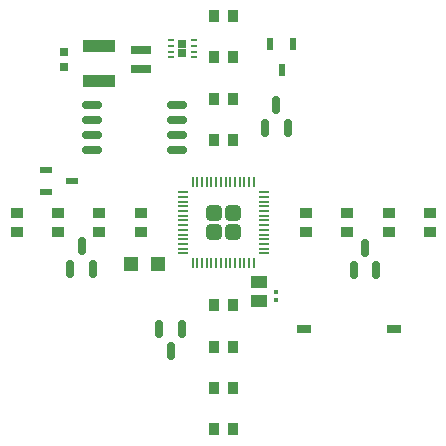
<source format=gbr>
%TF.GenerationSoftware,KiCad,Pcbnew,9.0.6*%
%TF.CreationDate,2025-12-07T19:20:43-08:00*%
%TF.ProjectId,redstone,72656473-746f-46e6-952e-6b696361645f,rev?*%
%TF.SameCoordinates,Original*%
%TF.FileFunction,Paste,Top*%
%TF.FilePolarity,Positive*%
%FSLAX46Y46*%
G04 Gerber Fmt 4.6, Leading zero omitted, Abs format (unit mm)*
G04 Created by KiCad (PCBNEW 9.0.6) date 2025-12-07 19:20:43*
%MOMM*%
%LPD*%
G01*
G04 APERTURE LIST*
G04 Aperture macros list*
%AMRoundRect*
0 Rectangle with rounded corners*
0 $1 Rounding radius*
0 $2 $3 $4 $5 $6 $7 $8 $9 X,Y pos of 4 corners*
0 Add a 4 corners polygon primitive as box body*
4,1,4,$2,$3,$4,$5,$6,$7,$8,$9,$2,$3,0*
0 Add four circle primitives for the rounded corners*
1,1,$1+$1,$2,$3*
1,1,$1+$1,$4,$5*
1,1,$1+$1,$6,$7*
1,1,$1+$1,$8,$9*
0 Add four rect primitives between the rounded corners*
20,1,$1+$1,$2,$3,$4,$5,0*
20,1,$1+$1,$4,$5,$6,$7,0*
20,1,$1+$1,$6,$7,$8,$9,0*
20,1,$1+$1,$8,$9,$2,$3,0*%
G04 Aperture macros list end*
%ADD10R,1.000000X0.950000*%
%ADD11R,0.950000X1.000000*%
%ADD12RoundRect,0.150000X-0.150000X0.587500X-0.150000X-0.587500X0.150000X-0.587500X0.150000X0.587500X0*%
%ADD13R,0.750000X0.650000*%
%ADD14RoundRect,0.062500X0.187500X0.062500X-0.187500X0.062500X-0.187500X-0.062500X0.187500X-0.062500X0*%
%ADD15RoundRect,0.150000X0.150000X-0.587500X0.150000X0.587500X-0.150000X0.587500X-0.150000X-0.587500X0*%
%ADD16R,0.420000X0.460000*%
%ADD17R,1.800000X0.800000*%
%ADD18R,1.150000X1.250000*%
%ADD19R,0.700000X0.650000*%
%ADD20R,2.700000X1.100000*%
%ADD21R,1.100000X0.600000*%
%ADD22RoundRect,0.162500X-0.650000X-0.162500X0.650000X-0.162500X0.650000X0.162500X-0.650000X0.162500X0*%
%ADD23RoundRect,0.249999X-0.395001X-0.395001X0.395001X-0.395001X0.395001X0.395001X-0.395001X0.395001X0*%
%ADD24RoundRect,0.050000X-0.387500X-0.050000X0.387500X-0.050000X0.387500X0.050000X-0.387500X0.050000X0*%
%ADD25RoundRect,0.050000X-0.050000X-0.387500X0.050000X-0.387500X0.050000X0.387500X-0.050000X0.387500X0*%
%ADD26R,1.470000X1.020000*%
%ADD27R,0.600000X1.100000*%
%ADD28R,1.270000X0.760000*%
G04 APERTURE END LIST*
D10*
%TO.C,D5*%
X152500000Y-55800000D03*
X152500000Y-54200000D03*
%TD*%
D11*
%TO.C,D2*%
X134200000Y-41000000D03*
X135800000Y-41000000D03*
%TD*%
%TO.C,D4*%
X134200000Y-48000000D03*
X135800000Y-48000000D03*
%TD*%
D10*
%TO.C,D8*%
X142000000Y-55800000D03*
X142000000Y-54200000D03*
%TD*%
D11*
%TO.C,D3*%
X134200000Y-44500000D03*
X135800000Y-44500000D03*
%TD*%
D12*
%TO.C,Q3*%
X131500000Y-64000000D03*
X129600000Y-64000000D03*
X130550000Y-65875000D03*
%TD*%
D13*
%TO.C,U3*%
X131550000Y-40650000D03*
X131550000Y-39850000D03*
D14*
X132500000Y-41000000D03*
X132500000Y-40500000D03*
X132500000Y-40000000D03*
X132500000Y-39500000D03*
X130600000Y-39500000D03*
X130600000Y-40000000D03*
X130600000Y-40500000D03*
X130600000Y-41000000D03*
%TD*%
D15*
%TO.C,Q2*%
X146050000Y-59000000D03*
X147950000Y-59000000D03*
X147000000Y-57125000D03*
%TD*%
D16*
%TO.C,C7*%
X139500000Y-60840000D03*
X139500000Y-61500000D03*
%TD*%
D17*
%TO.C,L1*%
X128000000Y-40400000D03*
X128000000Y-42000000D03*
%TD*%
D18*
%TO.C,R21*%
X127150000Y-58500000D03*
X129500000Y-58500000D03*
%TD*%
D11*
%TO.C,D1*%
X134200000Y-37500000D03*
X135800000Y-37500000D03*
%TD*%
D15*
%TO.C,Q4*%
X122050000Y-58875000D03*
X123950000Y-58875000D03*
X123000000Y-57000000D03*
%TD*%
D11*
%TO.C,D10*%
X135800000Y-69000000D03*
X134200000Y-69000000D03*
%TD*%
D19*
%TO.C,C5*%
X121500000Y-40500000D03*
X121500000Y-41850000D03*
%TD*%
D10*
%TO.C,D16*%
X128000000Y-54200000D03*
X128000000Y-55800000D03*
%TD*%
D20*
%TO.C,R17*%
X124500000Y-40000000D03*
X124500000Y-43000000D03*
%TD*%
D21*
%TO.C,D21*%
X120000000Y-50500000D03*
X120000000Y-52400000D03*
X122200000Y-51450000D03*
%TD*%
D10*
%TO.C,D13*%
X117500000Y-54200000D03*
X117500000Y-55800000D03*
%TD*%
D11*
%TO.C,D9*%
X135800000Y-72500000D03*
X134200000Y-72500000D03*
%TD*%
%TO.C,D12*%
X135800000Y-62000000D03*
X134200000Y-62000000D03*
%TD*%
D10*
%TO.C,D6*%
X149000000Y-55800000D03*
X149000000Y-54200000D03*
%TD*%
%TO.C,D15*%
X124500000Y-54200000D03*
X124500000Y-55800000D03*
%TD*%
D11*
%TO.C,D11*%
X135800000Y-65500000D03*
X134200000Y-65500000D03*
%TD*%
D22*
%TO.C,U5*%
X123912500Y-45000000D03*
X123912500Y-46270000D03*
X123912500Y-47540000D03*
X123912500Y-48810000D03*
X131087500Y-48810000D03*
X131087500Y-47540000D03*
X131087500Y-46270000D03*
X131087500Y-45000000D03*
%TD*%
D23*
%TO.C,U1*%
X134200000Y-54200000D03*
X134200000Y-55800000D03*
X135800000Y-54200000D03*
X135800000Y-55800000D03*
D24*
X131562500Y-52400000D03*
X131562500Y-52800001D03*
X131562500Y-53200000D03*
X131562500Y-53600000D03*
X131562500Y-54000000D03*
X131562500Y-54399999D03*
X131562500Y-54800000D03*
X131562500Y-55200000D03*
X131562500Y-55600001D03*
X131562500Y-56000000D03*
X131562500Y-56400000D03*
X131562500Y-56800000D03*
X131562500Y-57199999D03*
X131562500Y-57600000D03*
D25*
X132400000Y-58437500D03*
X132800001Y-58437500D03*
X133200000Y-58437500D03*
X133600000Y-58437500D03*
X134000000Y-58437500D03*
X134399999Y-58437500D03*
X134800000Y-58437500D03*
X135200000Y-58437500D03*
X135600001Y-58437500D03*
X136000000Y-58437500D03*
X136400000Y-58437500D03*
X136800000Y-58437500D03*
X137199999Y-58437500D03*
X137600000Y-58437500D03*
D24*
X138437500Y-57600000D03*
X138437500Y-57199999D03*
X138437500Y-56800000D03*
X138437500Y-56400000D03*
X138437500Y-56000000D03*
X138437500Y-55600001D03*
X138437500Y-55200000D03*
X138437500Y-54800000D03*
X138437500Y-54399999D03*
X138437500Y-54000000D03*
X138437500Y-53600000D03*
X138437500Y-53200000D03*
X138437500Y-52800001D03*
X138437500Y-52400000D03*
D25*
X137600000Y-51562500D03*
X137199999Y-51562500D03*
X136800000Y-51562500D03*
X136400000Y-51562500D03*
X136000000Y-51562500D03*
X135600001Y-51562500D03*
X135200000Y-51562500D03*
X134800000Y-51562500D03*
X134399999Y-51562500D03*
X134000000Y-51562500D03*
X133600000Y-51562500D03*
X133200000Y-51562500D03*
X132800001Y-51562500D03*
X132400000Y-51562500D03*
%TD*%
D26*
%TO.C,C6*%
X138000000Y-60000000D03*
X138000000Y-61600000D03*
%TD*%
D27*
%TO.C,D17*%
X140900000Y-39900000D03*
X139000000Y-39900000D03*
X139950000Y-42100000D03*
%TD*%
D28*
%TO.C,SW2*%
X141880000Y-64000000D03*
X149500000Y-64000000D03*
%TD*%
D15*
%TO.C,Q1*%
X138550000Y-46937500D03*
X140450000Y-46937500D03*
X139500000Y-45062500D03*
%TD*%
D10*
%TO.C,D14*%
X121000000Y-54200000D03*
X121000000Y-55800000D03*
%TD*%
%TO.C,D7*%
X145500000Y-55800000D03*
X145500000Y-54200000D03*
%TD*%
M02*

</source>
